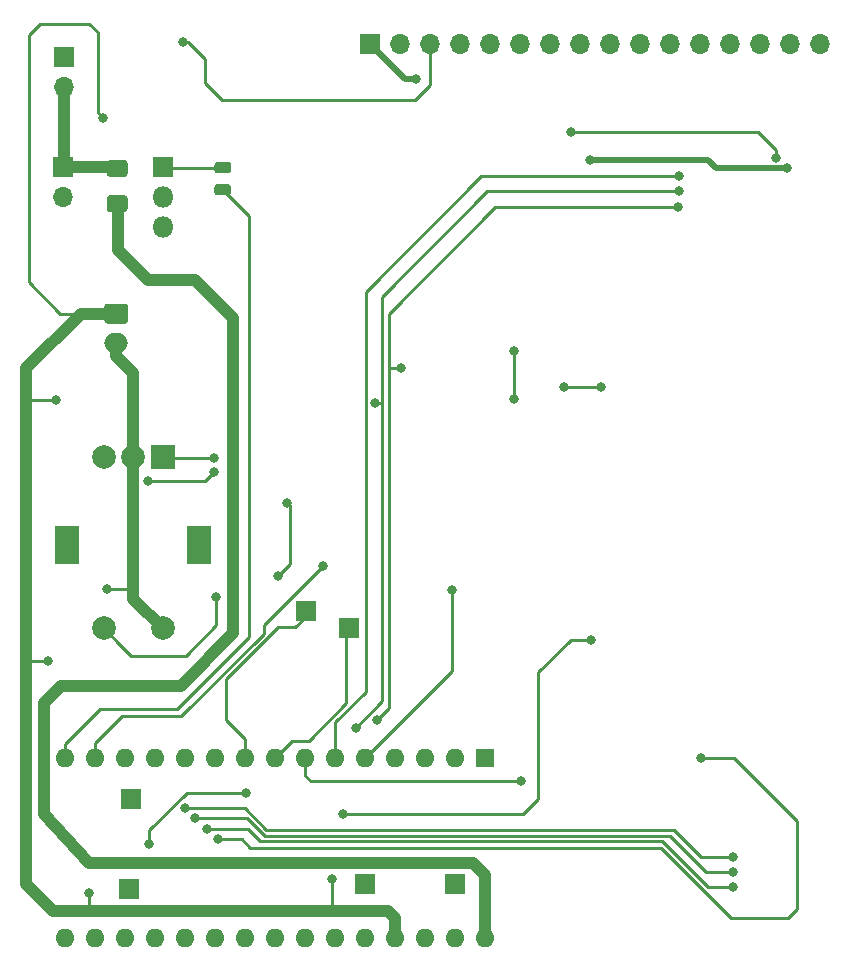
<source format=gtl>
G04 #@! TF.GenerationSoftware,KiCad,Pcbnew,5.1.6+dfsg1-1~bpo9+1*
G04 #@! TF.CreationDate,2022-04-20T06:51:38+02:00*
G04 #@! TF.ProjectId,sdrtrx-arduino,73647274-7278-42d6-9172-6475696e6f2e,rev?*
G04 #@! TF.SameCoordinates,Original*
G04 #@! TF.FileFunction,Copper,L1,Top*
G04 #@! TF.FilePolarity,Positive*
%FSLAX46Y46*%
G04 Gerber Fmt 4.6, Leading zero omitted, Abs format (unit mm)*
G04 Created by KiCad (PCBNEW 5.1.6+dfsg1-1~bpo9+1) date 2022-04-20 06:51:38*
%MOMM*%
%LPD*%
G01*
G04 APERTURE LIST*
G04 #@! TA.AperFunction,ComponentPad*
%ADD10R,1.700000X1.700000*%
G04 #@! TD*
G04 #@! TA.AperFunction,ComponentPad*
%ADD11O,2.000000X1.700000*%
G04 #@! TD*
G04 #@! TA.AperFunction,ComponentPad*
%ADD12R,2.000000X2.000000*%
G04 #@! TD*
G04 #@! TA.AperFunction,ComponentPad*
%ADD13C,2.000000*%
G04 #@! TD*
G04 #@! TA.AperFunction,ComponentPad*
%ADD14R,2.000000X3.200000*%
G04 #@! TD*
G04 #@! TA.AperFunction,ComponentPad*
%ADD15O,1.800000X1.800000*%
G04 #@! TD*
G04 #@! TA.AperFunction,ComponentPad*
%ADD16R,1.800000X1.800000*%
G04 #@! TD*
G04 #@! TA.AperFunction,ComponentPad*
%ADD17O,1.700000X1.700000*%
G04 #@! TD*
G04 #@! TA.AperFunction,ComponentPad*
%ADD18O,1.600000X1.600000*%
G04 #@! TD*
G04 #@! TA.AperFunction,ComponentPad*
%ADD19R,1.600000X1.600000*%
G04 #@! TD*
G04 #@! TA.AperFunction,ViaPad*
%ADD20C,0.800000*%
G04 #@! TD*
G04 #@! TA.AperFunction,Conductor*
%ADD21C,0.254000*%
G04 #@! TD*
G04 #@! TA.AperFunction,Conductor*
%ADD22C,0.508000*%
G04 #@! TD*
G04 #@! TA.AperFunction,Conductor*
%ADD23C,1.016000*%
G04 #@! TD*
G04 APERTURE END LIST*
G04 #@! TA.AperFunction,SMDPad,CuDef*
G36*
G01*
X109225000Y-33825000D02*
X107975000Y-33825000D01*
G75*
G02*
X107725000Y-33575000I0J250000D01*
G01*
X107725000Y-32650000D01*
G75*
G02*
X107975000Y-32400000I250000J0D01*
G01*
X109225000Y-32400000D01*
G75*
G02*
X109475000Y-32650000I0J-250000D01*
G01*
X109475000Y-33575000D01*
G75*
G02*
X109225000Y-33825000I-250000J0D01*
G01*
G37*
G04 #@! TD.AperFunction*
G04 #@! TA.AperFunction,SMDPad,CuDef*
G36*
G01*
X109225000Y-36800000D02*
X107975000Y-36800000D01*
G75*
G02*
X107725000Y-36550000I0J250000D01*
G01*
X107725000Y-35625000D01*
G75*
G02*
X107975000Y-35375000I250000J0D01*
G01*
X109225000Y-35375000D01*
G75*
G02*
X109475000Y-35625000I0J-250000D01*
G01*
X109475000Y-36550000D01*
G75*
G02*
X109225000Y-36800000I-250000J0D01*
G01*
G37*
G04 #@! TD.AperFunction*
D10*
X124600000Y-70600000D03*
X128200000Y-72000000D03*
X129540000Y-93726000D03*
X109601000Y-94107000D03*
X137223500Y-93726000D03*
D11*
X108521500Y-47902500D03*
G04 #@! TA.AperFunction,ComponentPad*
G36*
G01*
X107771500Y-44552500D02*
X109271500Y-44552500D01*
G75*
G02*
X109521500Y-44802500I0J-250000D01*
G01*
X109521500Y-46002500D01*
G75*
G02*
X109271500Y-46252500I-250000J0D01*
G01*
X107771500Y-46252500D01*
G75*
G02*
X107521500Y-46002500I0J250000D01*
G01*
X107521500Y-44802500D01*
G75*
G02*
X107771500Y-44552500I250000J0D01*
G01*
G37*
G04 #@! TD.AperFunction*
D10*
X109750000Y-86500000D03*
D12*
X112458500Y-57531000D03*
D13*
X109958500Y-57531000D03*
X107458500Y-57531000D03*
D14*
X115558500Y-65031000D03*
X104358500Y-65031000D03*
D13*
X112458500Y-72031000D03*
X107458500Y-72031000D03*
G04 #@! TA.AperFunction,SMDPad,CuDef*
G36*
G01*
X117082250Y-34422500D02*
X117994750Y-34422500D01*
G75*
G02*
X118238500Y-34666250I0J-243750D01*
G01*
X118238500Y-35153750D01*
G75*
G02*
X117994750Y-35397500I-243750J0D01*
G01*
X117082250Y-35397500D01*
G75*
G02*
X116838500Y-35153750I0J243750D01*
G01*
X116838500Y-34666250D01*
G75*
G02*
X117082250Y-34422500I243750J0D01*
G01*
G37*
G04 #@! TD.AperFunction*
G04 #@! TA.AperFunction,SMDPad,CuDef*
G36*
G01*
X117082250Y-32547500D02*
X117994750Y-32547500D01*
G75*
G02*
X118238500Y-32791250I0J-243750D01*
G01*
X118238500Y-33278750D01*
G75*
G02*
X117994750Y-33522500I-243750J0D01*
G01*
X117082250Y-33522500D01*
G75*
G02*
X116838500Y-33278750I0J243750D01*
G01*
X116838500Y-32791250D01*
G75*
G02*
X117082250Y-32547500I243750J0D01*
G01*
G37*
G04 #@! TD.AperFunction*
D15*
X112458500Y-38100000D03*
X112458500Y-35560000D03*
D16*
X112458500Y-33020000D03*
D17*
X168100000Y-22540000D03*
X165560000Y-22540000D03*
X163020000Y-22540000D03*
X160480000Y-22540000D03*
X157940000Y-22540000D03*
X155400000Y-22540000D03*
X152860000Y-22540000D03*
X150320000Y-22540000D03*
X147780000Y-22540000D03*
X145240000Y-22540000D03*
X142700000Y-22540000D03*
X140160000Y-22540000D03*
X137620000Y-22540000D03*
X135080000Y-22540000D03*
X132540000Y-22540000D03*
D10*
X130000000Y-22540000D03*
D17*
X104013000Y-35560000D03*
D10*
X104013000Y-33020000D03*
D17*
X104076500Y-26225500D03*
D10*
X104076500Y-23685500D03*
D18*
X104203500Y-98298000D03*
X104203500Y-83058000D03*
X139763500Y-98298000D03*
X106743500Y-83058000D03*
X137223500Y-98298000D03*
X109283500Y-83058000D03*
X134683500Y-98298000D03*
X111823500Y-83058000D03*
X132143500Y-98298000D03*
X114363500Y-83058000D03*
X129603500Y-98298000D03*
X116903500Y-83058000D03*
X127063500Y-98298000D03*
X119443500Y-83058000D03*
X124523500Y-98298000D03*
X121983500Y-83058000D03*
X121983500Y-98298000D03*
X124523500Y-83058000D03*
X119443500Y-98298000D03*
X127063500Y-83058000D03*
X116903500Y-98298000D03*
X129603500Y-83058000D03*
X114363500Y-98298000D03*
X132143500Y-83058000D03*
X111823500Y-98298000D03*
X134683500Y-83058000D03*
X109283500Y-98298000D03*
X137223500Y-83058000D03*
X106743500Y-98298000D03*
D19*
X139763500Y-83058000D03*
D20*
X126000000Y-66750000D03*
X165290500Y-33083500D03*
X148653500Y-32385000D03*
X133921500Y-25527000D03*
X107696000Y-68707000D03*
X117000000Y-69400000D03*
X122200000Y-67600000D03*
X123000000Y-61400000D03*
X106172000Y-94424500D03*
X102743000Y-74803000D03*
X103441500Y-52705000D03*
X126750000Y-93250000D03*
X107400000Y-28800000D03*
X127750000Y-87750000D03*
X148750000Y-73000000D03*
X156146500Y-35052000D03*
X128778000Y-80454500D03*
X130400000Y-53000000D03*
X156083000Y-36385500D03*
X130556000Y-79819500D03*
X119507000Y-85979000D03*
X111315500Y-90297000D03*
X132600000Y-50000000D03*
X142750000Y-85000000D03*
X117094000Y-89916000D03*
X158051500Y-82994500D03*
X156146500Y-33782000D03*
X116205000Y-89027000D03*
X160718500Y-93916500D03*
X115189000Y-88074500D03*
X160718500Y-92646500D03*
X114300000Y-87249000D03*
X160718500Y-91376500D03*
X114200000Y-22400000D03*
X147002500Y-30035500D03*
X164401500Y-32194500D03*
X136979500Y-68770500D03*
X116800000Y-58800000D03*
X111200000Y-59600000D03*
X116800000Y-57600000D03*
X149600000Y-51573000D03*
X146400000Y-51600000D03*
X142200000Y-48600000D03*
X142200000Y-52600000D03*
D21*
X121000000Y-71750000D02*
X126000000Y-66750000D01*
X106743500Y-83058000D02*
X106743500Y-81756500D01*
X121000000Y-72500000D02*
X121000000Y-71750000D01*
X109000000Y-79500000D02*
X114000000Y-79500000D01*
X114000000Y-79500000D02*
X121000000Y-72500000D01*
X106743500Y-81756500D02*
X109000000Y-79500000D01*
X119750000Y-37121500D02*
X117538500Y-34910000D01*
X104203500Y-83058000D02*
X104203500Y-81796500D01*
X113633000Y-78867000D02*
X119750000Y-72750000D01*
X104203500Y-81796500D02*
X107133000Y-78867000D01*
X119750000Y-72750000D02*
X119750000Y-37121500D01*
X107133000Y-78867000D02*
X113633000Y-78867000D01*
D22*
X165290500Y-33083500D02*
X164026578Y-33083500D01*
X164026578Y-33083500D02*
X159321500Y-33083500D01*
X158623000Y-32385000D02*
X148653500Y-32385000D01*
X159321500Y-33083500D02*
X158623000Y-32385000D01*
X132987000Y-25527000D02*
X130000000Y-22540000D01*
X133921500Y-25527000D02*
X132987000Y-25527000D01*
D23*
X108521500Y-47902500D02*
X108521500Y-49022000D01*
X109958500Y-50459000D02*
X109958500Y-57531000D01*
X108521500Y-49022000D02*
X109958500Y-50459000D01*
X109958500Y-69531000D02*
X112458500Y-72031000D01*
D21*
X109935000Y-68707000D02*
X109958500Y-68683500D01*
X107696000Y-68707000D02*
X109935000Y-68707000D01*
D23*
X109958500Y-68683500D02*
X109958500Y-69531000D01*
X109958500Y-57531000D02*
X109958500Y-68683500D01*
D21*
X132192000Y-83058000D02*
X132143500Y-83058000D01*
X108785501Y-73358001D02*
X108785501Y-73385501D01*
X107458500Y-72031000D02*
X108785501Y-73358001D01*
X108785501Y-73385501D02*
X109800000Y-74400000D01*
X109800000Y-74400000D02*
X114400000Y-74400000D01*
X117000000Y-71800000D02*
X117000000Y-69400000D01*
X114400000Y-74400000D02*
X117000000Y-71800000D01*
X122200000Y-67600000D02*
X123200000Y-66600000D01*
X123200000Y-66600000D02*
X123200000Y-62200000D01*
X123200000Y-61600000D02*
X123000000Y-61400000D01*
X123200000Y-62200000D02*
X123200000Y-61600000D01*
D23*
X105537000Y-45402500D02*
X108521500Y-45402500D01*
X132143500Y-98298000D02*
X132143500Y-96542160D01*
X103124000Y-95948500D02*
X100901500Y-93726000D01*
X132143500Y-96542160D02*
X131549840Y-95948500D01*
X100901500Y-50038000D02*
X105537000Y-45402500D01*
D21*
X106934000Y-27305000D02*
X106934000Y-21590000D01*
X106934000Y-21590000D02*
X106235500Y-20891500D01*
X102044500Y-20891500D02*
X101092000Y-21844000D01*
X106235500Y-20891500D02*
X102044500Y-20891500D01*
X101092000Y-21844000D02*
X101092000Y-42735500D01*
X103759000Y-45402500D02*
X108521500Y-45402500D01*
X101092000Y-42735500D02*
X103759000Y-45402500D01*
X106172000Y-95885000D02*
X106108500Y-95948500D01*
X106172000Y-94424500D02*
X106172000Y-95885000D01*
D23*
X106108500Y-95948500D02*
X103124000Y-95948500D01*
D21*
X101219000Y-74803000D02*
X100901500Y-75120500D01*
X102743000Y-74803000D02*
X101219000Y-74803000D01*
D23*
X100901500Y-93726000D02*
X100901500Y-75120500D01*
D21*
X101219000Y-52705000D02*
X100901500Y-53022500D01*
X103441500Y-52705000D02*
X101219000Y-52705000D01*
D23*
X100901500Y-53022500D02*
X100901500Y-50038000D01*
X100901500Y-75120500D02*
X100901500Y-53022500D01*
D21*
X126750000Y-93250000D02*
X126750000Y-95750000D01*
D23*
X126551500Y-95948500D02*
X106108500Y-95948500D01*
D21*
X126750000Y-95750000D02*
X126551500Y-95948500D01*
D23*
X131549840Y-95948500D02*
X126551500Y-95948500D01*
D21*
X106934000Y-28334000D02*
X107400000Y-28800000D01*
X106934000Y-27305000D02*
X106934000Y-28334000D01*
X127750000Y-87750000D02*
X143000000Y-87750000D01*
X143000000Y-87750000D02*
X144250000Y-86500000D01*
X144250000Y-86500000D02*
X144250000Y-78250000D01*
X144250000Y-78250000D02*
X144250000Y-75750000D01*
X147000000Y-73000000D02*
X148750000Y-73000000D01*
X144250000Y-75750000D02*
X147000000Y-73000000D01*
X131000000Y-78232500D02*
X130916250Y-78316250D01*
X139948000Y-35052000D02*
X131000000Y-44000000D01*
X130916250Y-78316250D02*
X128778000Y-80454500D01*
X156146500Y-35052000D02*
X139948000Y-35052000D01*
X131000000Y-53000000D02*
X130400000Y-53000000D01*
X131000000Y-44000000D02*
X131000000Y-53000000D01*
X131000000Y-53000000D02*
X131000000Y-78232500D01*
X111315500Y-89157538D02*
X111315500Y-90297000D01*
X114494038Y-85979000D02*
X111315500Y-89157538D01*
X119507000Y-85979000D02*
X114494038Y-85979000D01*
X131600000Y-78775500D02*
X130556000Y-79819500D01*
X140614500Y-36385500D02*
X131600000Y-45400000D01*
X156083000Y-36385500D02*
X140614500Y-36385500D01*
X132600000Y-50000000D02*
X131600000Y-50000000D01*
X131600000Y-50000000D02*
X131600000Y-78775500D01*
X131600000Y-45400000D02*
X131600000Y-50000000D01*
X124523500Y-83439000D02*
X124523500Y-83058000D01*
X124523500Y-83058000D02*
X124523500Y-84523500D01*
X125000000Y-85000000D02*
X142750000Y-85000000D01*
X124523500Y-84523500D02*
X125000000Y-85000000D01*
X117094000Y-89916000D02*
X119126000Y-89916000D01*
X119126000Y-89916000D02*
X119824500Y-90614500D01*
X119824500Y-90614500D02*
X139509500Y-90614500D01*
X139509500Y-90614500D02*
X154622500Y-90614500D01*
X154622500Y-90614500D02*
X160591500Y-96583500D01*
X160591500Y-96583500D02*
X165354000Y-96583500D01*
X165354000Y-96583500D02*
X166116000Y-95821500D01*
X166116000Y-95821500D02*
X166116000Y-88328500D01*
X160782000Y-82994500D02*
X158051500Y-82994500D01*
X166116000Y-88328500D02*
X160782000Y-82994500D01*
X127063500Y-80010000D02*
X127063500Y-83058000D01*
X156146500Y-33782000D02*
X139418000Y-33782000D01*
X129636750Y-43563250D02*
X129636750Y-77436750D01*
X129636750Y-77436750D02*
X127063500Y-80010000D01*
X139418000Y-33782000D02*
X129636750Y-43563250D01*
X116205000Y-89027000D02*
X119634000Y-89027000D01*
X119634000Y-89027000D02*
X120650000Y-90043000D01*
X120650000Y-90043000D02*
X154749500Y-90043000D01*
X158623000Y-93916500D02*
X160718500Y-93916500D01*
X154749500Y-90043000D02*
X158623000Y-93916500D01*
X115189000Y-88074500D02*
X119580010Y-88074500D01*
X121094500Y-89588990D02*
X155374990Y-89588990D01*
X119580010Y-88074500D02*
X121094500Y-89588990D01*
X158432500Y-92646500D02*
X160718500Y-92646500D01*
X155374990Y-89588990D02*
X158432500Y-92646500D01*
X160718500Y-91376500D02*
X158051500Y-91376500D01*
X158051500Y-91376500D02*
X155765500Y-89090500D01*
X119396576Y-87249000D02*
X114300000Y-87249000D01*
X121238076Y-89090500D02*
X119396576Y-87249000D01*
X155765500Y-89090500D02*
X121238076Y-89090500D01*
D23*
X104076500Y-32956500D02*
X104013000Y-33020000D01*
X104076500Y-26225500D02*
X104076500Y-32956500D01*
X108633500Y-33020000D02*
X108648500Y-33035000D01*
X104013000Y-33020000D02*
X108633500Y-33020000D01*
D21*
X135080000Y-24241500D02*
X135080000Y-22540000D01*
X116014500Y-25844500D02*
X117475000Y-27305000D01*
X117475000Y-27305000D02*
X133794500Y-27305000D01*
X135080000Y-26019500D02*
X135080000Y-22540000D01*
X133794500Y-27305000D02*
X135080000Y-26019500D01*
X116014500Y-25844500D02*
X116014500Y-23814500D01*
X114600000Y-22400000D02*
X114200000Y-22400000D01*
X116014500Y-23814500D02*
X114600000Y-22400000D01*
X112473500Y-33035000D02*
X112458500Y-33020000D01*
X117538500Y-33035000D02*
X112473500Y-33035000D01*
X147002500Y-30035500D02*
X162877500Y-30035500D01*
X164401500Y-31559500D02*
X164401500Y-32194500D01*
X162877500Y-30035500D02*
X164401500Y-31559500D01*
X136979500Y-75682000D02*
X136979500Y-68770500D01*
X129603500Y-83058000D02*
X136979500Y-75682000D01*
D23*
X111188500Y-42545000D02*
X108648500Y-40005000D01*
X138747500Y-91884500D02*
X106172000Y-91884500D01*
X139763500Y-92900500D02*
X138747500Y-91884500D01*
X139763500Y-98298000D02*
X139763500Y-92900500D01*
X106172000Y-91884500D02*
X102362000Y-87757000D01*
X102362000Y-87757000D02*
X102362000Y-78359000D01*
X118427500Y-72453500D02*
X118427500Y-45783500D01*
X102362000Y-78359000D02*
X103822500Y-76898500D01*
X103822500Y-76898500D02*
X113982500Y-76898500D01*
X113982500Y-76898500D02*
X118427500Y-72453500D01*
X115189000Y-42545000D02*
X111188500Y-42545000D01*
X118427500Y-45783500D02*
X115189000Y-42545000D01*
X108648500Y-36136000D02*
X108600000Y-36087500D01*
X108648500Y-40005000D02*
X108648500Y-36136000D01*
D21*
X116000000Y-59600000D02*
X111200000Y-59600000D01*
X116800000Y-58800000D02*
X116000000Y-59600000D01*
X112527500Y-57600000D02*
X112458500Y-57531000D01*
X116800000Y-57600000D02*
X112527500Y-57600000D01*
X146427000Y-51573000D02*
X146400000Y-51600000D01*
X149600000Y-51573000D02*
X146427000Y-51573000D01*
X142200000Y-48600000D02*
X142200000Y-52600000D01*
X119443500Y-83058000D02*
X119443500Y-81443500D01*
X117800000Y-79800000D02*
X117800000Y-76342066D01*
X117800000Y-76342066D02*
X122200000Y-71942066D01*
X119443500Y-81443500D02*
X117800000Y-79800000D01*
X123657934Y-71942066D02*
X124800000Y-70800000D01*
X122200000Y-71942066D02*
X123657934Y-71942066D01*
X121983500Y-83058000D02*
X123441500Y-81600000D01*
X123441500Y-81600000D02*
X124800000Y-81600000D01*
X128000000Y-78400000D02*
X128000000Y-76800000D01*
X124800000Y-81600000D02*
X128000000Y-78400000D01*
X128000000Y-76800000D02*
X128000000Y-77041500D01*
X128000000Y-72000000D02*
X128000000Y-76800000D01*
M02*

</source>
